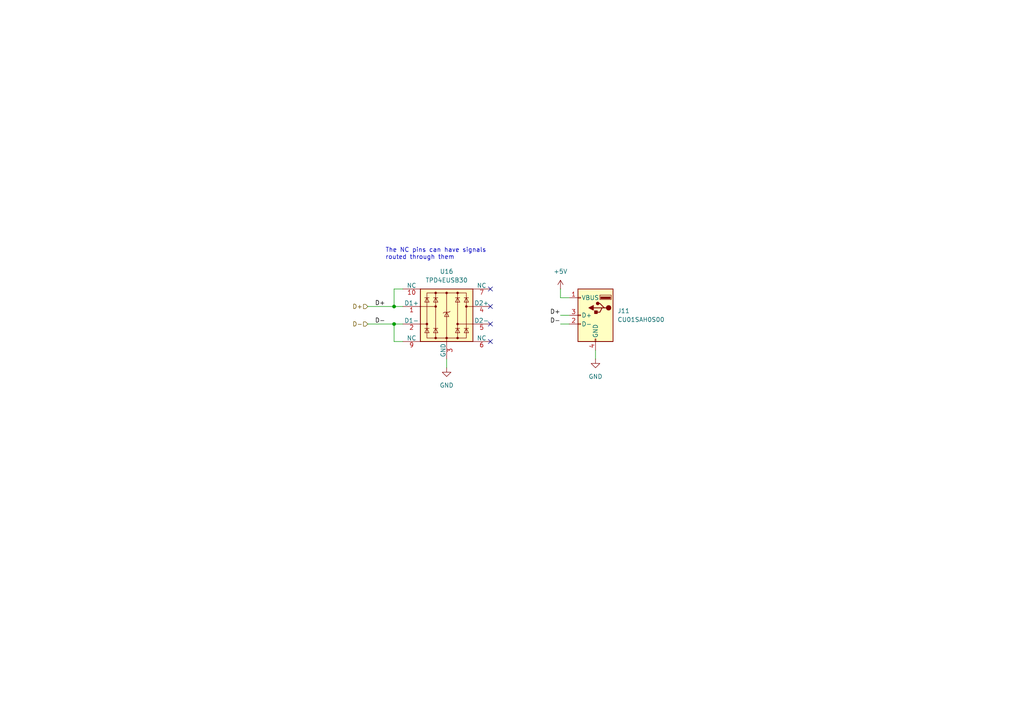
<source format=kicad_sch>
(kicad_sch (version 20250114) (generator "eeschema") (generator_version "9.0")
  (paper "A4")
  (lib_symbols
    (symbol "Connector:USB_A" (pin_names (offset 1.016))
      (property "Reference" "J10" (at -6.35 1.2701 0))
      (property "Value" "USB_A" (at -6.35 -1.2699 0))
      (symbol "USB_A_0_1"
        (rectangle (start -5.08 -7.62) (end 5.08 7.62) (stroke (width 0.254)) (fill (type background)))
        (circle (center -3.81 2.159) (radius 0.635) (stroke (width 0.254)) (fill (type outline)))
        (polyline (pts (xy -3.175 2.159) (xy -2.54 2.159) (xy -1.27 3.429) (xy -0.635 3.429)) (stroke (width 0.254)))
        (polyline (pts (xy -2.54 2.159) (xy -1.905 2.159) (xy -1.27 0.889) (xy 0 0.889)) (stroke (width 0.254)))
        (rectangle (start -1.524 4.826) (end -4.318 5.334) (fill (type outline)))
        (rectangle (start -1.27 4.572) (end -4.572 5.842))
        (circle (center -0.635 3.429) (radius 0.381) (stroke (width 0.254)) (fill (type outline)))
        (rectangle (start -0.127 -7.62) (end 0.127 -6.858))
        (rectangle (start 0.254 1.27) (end -0.508 0.508) (stroke (width 0.254)) (fill (type outline)))
        (polyline (pts (xy 0.635 2.794) (xy 0.635 1.524) (xy 1.905 2.159) (xy 0.635 2.794)) (stroke (width 0.254)) (fill (type outline)))
        (rectangle (start 5.08 4.953) (end 4.318 5.207))
        (rectangle (start 5.08 -0.127) (end 4.318 0.127))
        (rectangle (start 5.08 -2.667) (end 4.318 -2.413))
      )
      (symbol "USB_A_1_1"
        (polyline (pts (xy -1.905 2.159) (xy 0.635 2.159)) (stroke (width 0.254)))
        (pin power_in line (at 0 -10.16 90) (length 2.54) (name "GND") (number "4"))
        (pin power_in line (at 7.62 5.08 180) (length 2.54) (name "VBUS") (number "1"))
        (pin bidirectional line (at 7.62 0 180) (length 2.54) (name "D+") (number "3"))
        (pin bidirectional line (at 7.62 -2.54 180) (length 2.54) (name "D-") (number "2"))
      )
    )
    (symbol "Power_Protection:TPD4EUSB30" (pin_names (offset 0))
      (property "Reference" "U" (at -0.635 8.89 0))
      (property "Value" "TPD4EUSB30" (at 8.89 -10.16 0))
      (symbol "TPD4EUSB30_0_0"
        (rectangle (start -5.715 6.477) (end 5.715 -6.604))
        (polyline (pts (xy -3.175 -6.604) (xy -3.175 6.477)))
        (polyline (pts (xy 0 6.477) (xy 0 -6.604)))
        (polyline (pts (xy 3.175 6.477) (xy 3.175 -6.604)))
      )
      (symbol "TPD4EUSB30_0_1"
        (polyline (pts (xy -7.747 2.54) (xy -3.175 2.54)))
        (rectangle (start -7.62 7.62) (end 7.62 -7.62) (stroke (width 0.254)) (fill (type background)))
        (polyline (pts (xy -7.62 -2.54) (xy -5.715 -2.54)))
        (circle (center -5.715 -2.54) (radius 0.2794) (fill (type outline)))
        (polyline (pts (xy -5.08 5.08) (xy -6.35 5.08)))
        (polyline (pts (xy -5.08 3.81) (xy -6.35 3.81) (xy -5.715 5.08) (xy -5.08 3.81)))
        (polyline (pts (xy -5.08 -3.81) (xy -6.35 -3.81)))
        (polyline (pts (xy -5.08 -5.08) (xy -6.35 -5.08) (xy -5.715 -3.81) (xy -5.08 -5.08)))
        (circle (center -3.175 6.477) (radius 0.2794) (fill (type outline)))
        (circle (center -3.175 2.54) (radius 0.2794) (fill (type outline)))
        (circle (center -3.175 -6.604) (radius 0.2794) (fill (type outline)))
        (polyline (pts (xy -2.54 5.08) (xy -3.81 5.08)))
        (polyline (pts (xy -2.54 3.81) (xy -3.81 3.81) (xy -3.175 5.08) (xy -2.54 3.81)))
        (polyline (pts (xy -2.54 -3.81) (xy -3.81 -3.81)))
        (polyline (pts (xy -2.54 -5.08) (xy -3.81 -5.08) (xy -3.175 -3.81) (xy -2.54 -5.08)))
        (polyline (pts (xy -0.635 0.889) (xy -1.016 0.635)))
        (circle (center 0 6.477) (radius 0.2794) (fill (type outline)))
        (polyline (pts (xy 0 -6.604) (xy 0 -7.62)))
        (circle (center 0 -6.604) (radius 0.2794) (fill (type outline)))
        (polyline (pts (xy 0.635 0.889) (xy -0.635 0.889)))
        (polyline (pts (xy 0.635 0.889) (xy 1.016 1.143)))
        (polyline (pts (xy 0.635 -0.381) (xy -0.635 -0.381) (xy 0 0.889) (xy 0.635 -0.381)))
        (circle (center 3.175 6.477) (radius 0.2794) (fill (type outline)))
        (circle (center 3.175 -2.54) (radius 0.2794) (fill (type outline)))
        (circle (center 3.175 -6.604) (radius 0.2794) (fill (type outline)))
        (polyline (pts (xy 3.81 5.08) (xy 2.54 5.08)))
        (polyline (pts (xy 3.81 3.81) (xy 2.54 3.81) (xy 3.175 5.08) (xy 3.81 3.81)))
        (polyline (pts (xy 3.81 -3.81) (xy 2.54 -3.81)))
        (polyline (pts (xy 3.81 -5.08) (xy 2.54 -5.08) (xy 3.175 -3.81) (xy 3.81 -5.08)))
        (circle (center 5.715 2.54) (radius 0.2794) (fill (type outline)))
        (polyline (pts (xy 6.35 5.08) (xy 5.08 5.08)))
        (polyline (pts (xy 6.35 3.81) (xy 5.08 3.81) (xy 5.715 5.08) (xy 6.35 3.81)))
        (polyline (pts (xy 6.35 -3.81) (xy 5.08 -3.81)))
        (polyline (pts (xy 6.35 -5.08) (xy 5.08 -5.08) (xy 5.715 -3.81) (xy 6.35 -5.08)))
        (polyline (pts (xy 7.62 2.54) (xy 5.715 2.54)))
        (polyline (pts (xy 7.62 -2.54) (xy 3.175 -2.54)))
      )
      (symbol "TPD4EUSB30_1_1"
        (pin free line (at -12.7 7.62 0) (length 5.08) (name "NC") (number "10"))
        (pin passive line (at -12.7 2.54 0) (length 5.08) (name "D1+") (number "1"))
        (pin passive line (at -12.7 -2.54 0) (length 5.08) (name "D1-") (number "2"))
        (pin free line (at -12.7 -7.62 0) (length 5.08) (name "NC") (number "9"))
        (pin power_in line (at 0 -12.7 90) (length 5.08) (name "GND") (number "3"))
        (pin passive line (at 0 -12.7 90) (length 5.08) (hide yes) (name "GND") (number "8"))
        (pin free line (at 12.7 7.62 180) (length 5.08) (name "NC") (number "7"))
        (pin passive line (at 12.7 2.54 180) (length 5.08) (name "D2+") (number "4"))
        (pin passive line (at 12.7 -2.54 180) (length 5.08) (name "D2-") (number "5"))
        (pin free line (at 12.7 -7.62 180) (length 5.08) (name "NC") (number "6"))
      )
    )
    (symbol "power:+5V" (power) (pin_numbers (hide yes)) (pin_names (offset 0) (hide yes))
      (property "Value" "+5V" (at 0 3.556 0))
      (symbol "+5V_0_1"
        (polyline (pts (xy -0.762 1.27) (xy 0 2.54)))
        (polyline (pts (xy 0 2.54) (xy 0.762 1.27)))
        (polyline (pts (xy 0 0) (xy 0 2.54)))
      )
      (symbol "+5V_1_1"
        (pin power_in line (at 0 0 90) (length 0) (name "~") (number "1"))
      )
    )
    (symbol "power:GND" (power) (pin_numbers (hide yes)) (pin_names (offset 0) (hide yes))
      (property "Value" "GND" (at 0 -3.81 0))
      (symbol "GND_0_1"
        (polyline (pts (xy 0 0) (xy 0 -1.27) (xy 1.27 -1.27) (xy 0 -2.54) (xy -1.27 -1.27) (xy 0 -1.27)))
      )
      (symbol "GND_1_1"
        (pin power_in line (at 0 0 270) (length 0) (name "~") (number "1"))
      )
    )
  )
  (text "The NC pins can have signals\nrouted through them" (at 111.76 73.66 0) (effects (font (size 1.27 1.27)) (justify left)))
  (junction (at 114.3 88.9))
  (junction (at 114.3 93.98))
  (no_connect (at 142.24 99.06))
  (no_connect (at 142.24 93.98))
  (no_connect (at 142.24 88.9))
  (no_connect (at 142.24 83.82))
  (wire (pts (xy 114.3 83.82) (xy 114.3 88.9)))
  (wire (pts (xy 106.68 93.98) (xy 114.3 93.98)))
  (wire (pts (xy 162.56 93.98) (xy 165.1 93.98)))
  (wire (pts (xy 116.84 83.82) (xy 114.3 83.82)))
  (wire (pts (xy 172.72 101.6) (xy 172.72 104.14)))
  (wire (pts (xy 114.3 88.9) (xy 116.84 88.9)))
  (wire (pts (xy 106.68 88.9) (xy 114.3 88.9)))
  (wire (pts (xy 129.54 104.14) (xy 129.54 106.68)))
  (wire (pts (xy 162.56 91.44) (xy 165.1 91.44)))
  (wire (pts (xy 162.56 83.82) (xy 162.56 86.36)))
  (wire (pts (xy 116.84 99.06) (xy 114.3 99.06)))
  (wire (pts (xy 162.56 86.36) (xy 165.1 86.36)))
  (wire (pts (xy 114.3 93.98) (xy 116.84 93.98)))
  (wire (pts (xy 114.3 99.06) (xy 114.3 93.98)))
  (label "D+" (at 111.76 88.9 180))
  (label "D-" (at 111.76 93.98 180))
  (label "D+" (at 162.56 91.44 180))
  (label "D-" (at 162.56 93.98 180))
  (hierarchical_label "D+" (shape input) (at 106.68 88.9 180))
  (hierarchical_label "D-" (shape input) (at 106.68 93.98 180))
  (symbol (lib_id "Connector:USB_A") (at 172.72 91.44 0) (mirror y) (unit 1)
    (property "Reference" "J11" (at 179.07 90.1699 0) (effects (justify right)))
    (property "Value" "CU01SAH0S00" (at 179.07 92.7099 0) (effects (justify right)))
    (property "Footprint" "footprints:CONN_CU01SAH0S00_CVI" (effects (hide yes)))
    (property "Description" "USB Type A connector" (effects (hide yes)))
  )
  (symbol (lib_id "Power_Protection:TPD4EUSB30") (at 129.54 91.44 0) (unit 1)
    (property "Reference" "U16" (at 129.54 78.74 0))
    (property "Value" "TPD4EUSB30" (at 129.54 81.28 0))
    (property "Footprint" "Package_SON:USON-10_2.5x1.0mm_P0.5mm" (effects (hide yes)))
    (property "Datasheet" "http://www.ti.com/lit/ds/symlink/tpd2eusb30a.pdf" (effects (hide yes)))
    (property "Description" "4-Channel ESD Protection for Super-Speed USB 3.0 Interface, USON-10" (effects (hide yes)))
    (property "LCSC" "C5148477" (effects (hide yes)))
  )
  (symbol (lib_id "power:GND") (at 129.54 106.68 0) (unit 1)
    (property "Reference" "#PWR0180" (effects (hide yes)))
    (property "Value" "GND" (at 129.54 111.76 0))
    (property "Description" "Power symbol creates a global label with name \"GND\" , ground" (effects (hide yes)))
  )
  (symbol (lib_id "power:+5V") (at 162.56 83.82 0) (unit 1)
    (property "Reference" "#PWR0181" (effects (hide yes)))
    (property "Value" "+5V" (at 162.56 78.74 0))
    (property "Description" "Power symbol creates a global label with name \"+5V\"" (effects (hide yes)))
  )
  (symbol (lib_id "power:GND") (at 172.72 104.14 0) (unit 1)
    (property "Reference" "#PWR0182" (effects (hide yes)))
    (property "Value" "GND" (at 172.72 109.22 0))
    (property "Description" "Power symbol creates a global label with name \"GND\" , ground" (effects (hide yes)))
  )
)
</source>
